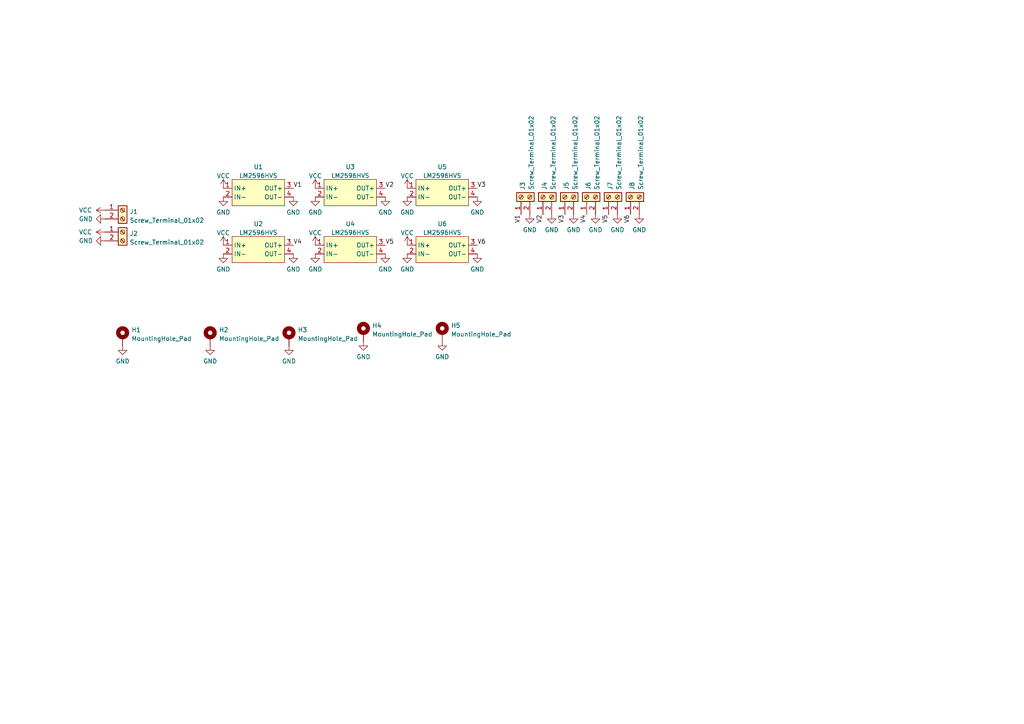
<source format=kicad_sch>
(kicad_sch (version 20211123) (generator eeschema)
  (paper "A4")
  (lib_symbols
    (symbol "Connector:Screw_Terminal_01x02" (pin_names (offset 1.016) hide)
      (property "Reference" "J" (at 0 2.54 0))
      (property "Value" "Screw_Terminal_01x02" (at 0 -5.08 0))
      (symbol "Screw_Terminal_01x02_1_1"
        (rectangle (start -1.27 1.27) (end 1.27 -3.81) (stroke (width 0.254)) (fill (type background)))
        (circle (center 0 -2.54) (radius 0.635) (stroke (width 0.1524)))
        (polyline (pts (xy -0.5334 -2.2098) (xy 0.3302 -3.048)) (stroke (width 0.1524)))
        (polyline (pts (xy -0.5334 0.3302) (xy 0.3302 -0.508)) (stroke (width 0.1524)))
        (polyline (pts (xy -0.3556 -2.032) (xy 0.508 -2.8702)) (stroke (width 0.1524)))
        (polyline (pts (xy -0.3556 0.508) (xy 0.508 -0.3302)) (stroke (width 0.1524)))
        (circle (center 0 0) (radius 0.635) (stroke (width 0.1524)))
        (pin passive line (at -5.08 0 0) (length 3.81) (name "Pin_1") (number "1"))
        (pin passive line (at -5.08 -2.54 0) (length 3.81) (name "Pin_2") (number "2"))
      )
    )
    (symbol "Mechanical:MountingHole_Pad" (pin_numbers hide) (pin_names (offset 1.016) hide)
      (property "Reference" "H" (at 0 6.35 0))
      (property "Value" "MountingHole_Pad" (at 0 4.445 0))
      (symbol "MountingHole_Pad_0_1"
        (circle (center 0 1.27) (radius 1.27) (stroke (width 1.27)))
      )
      (symbol "MountingHole_Pad_1_1"
        (pin input line (at 0 -2.54 90) (length 2.54) (name "1") (number "1"))
      )
    )
    (symbol "aaaaa:LM2596HVS"
      (property "Reference" "U" (at -6.35 1.27 0))
      (property "Value" "LM2596HVS" (at 2.54 1.27 0))
      (symbol "LM2596HVS_0_1"
        (rectangle (start -7.62 0) (end 7.62 -7.62) (stroke (width 0.1524)) (fill (type background)))
      )
      (symbol "LM2596HVS_1_1"
        (pin power_in line (at -10.16 -2.54 0) (length 2.54) (name "IN+") (number "1"))
        (pin power_in line (at -10.16 -5.08 0) (length 2.54) (name "IN-") (number "2"))
        (pin power_out line (at 10.16 -2.54 180) (length 2.54) (name "OUT+") (number "3"))
        (pin power_out line (at 10.16 -5.08 180) (length 2.54) (name "OUT-") (number "4"))
      )
    )
    (symbol "power:GND" (power) (pin_names (offset 0))
      (property "Value" "GND" (at 0 -3.81 0))
      (symbol "GND_0_1"
        (polyline (pts (xy 0 0) (xy 0 -1.27) (xy 1.27 -1.27) (xy 0 -2.54) (xy -1.27 -1.27) (xy 0 -1.27)))
      )
      (symbol "GND_1_1"
        (pin power_in line (at 0 0 270) (length 0) hide (name "GND") (number "1"))
      )
    )
    (symbol "power:VCC" (power) (pin_names (offset 0))
      (property "Value" "VCC" (at 0 3.81 0))
      (symbol "VCC_0_1"
        (polyline (pts (xy -0.762 1.27) (xy 0 2.54)))
        (polyline (pts (xy 0 0) (xy 0 2.54)))
        (polyline (pts (xy 0 2.54) (xy 0.762 1.27)))
      )
      (symbol "VCC_1_1"
        (pin power_in line (at 0 0 90) (length 0) hide (name "VCC") (number "1"))
      )
    )
  )
  (label "V6" (at 138.43 71.12 0))
  (label "V1" (at 151.13 62.23 270))
  (label "V5" (at 111.76 71.12 0))
  (label "V4" (at 170.18 62.23 270))
  (label "V2" (at 111.76 54.61 0))
  (label "V3" (at 138.43 54.61 0))
  (label "V3" (at 163.83 62.23 270))
  (label "V5" (at 176.53 62.23 270))
  (label "V1" (at 85.09 54.61 0))
  (label "V4" (at 85.09 71.12 0))
  (label "V2" (at 157.48 62.23 270))
  (label "V6" (at 182.88 62.23 270))
  (symbol (lib_id "power:GND") (at 105.41 99.06 0) (unit 1)
    (property "Reference" "#PWR0132" (effects hide))
    (property "Value" "GND" (at 105.41 103.5034 0))
  )
  (symbol (lib_id "power:GND") (at 64.77 73.66 0) (unit 1)
    (property "Reference" "#PWR0101" (effects hide))
    (property "Value" "GND" (at 64.77 78.1034 0))
  )
  (symbol (lib_id "power:GND") (at 138.43 73.66 0) (unit 1)
    (property "Reference" "#PWR0119" (effects hide))
    (property "Value" "GND" (at 138.43 78.1034 0))
  )
  (symbol (lib_id "power:GND") (at 30.48 63.5 270) (unit 1)
    (property "Reference" "#PWR0113" (effects hide))
    (property "Value" "GND" (at 22.86 63.5 90) (effects (justify left)))
  )
  (symbol (lib_id "power:GND") (at 166.37 62.23 0) (unit 1)
    (property "Reference" "#PWR0121" (effects hide))
    (property "Value" "GND" (at 166.37 66.6734 0))
  )
  (symbol (lib_id "Mechanical:MountingHole_Pad") (at 35.56 97.79 0) (unit 1)
    (property "Reference" "H1" (at 38.1 95.6853 0) (effects (justify left)))
    (property "Value" "MountingHole_Pad" (at 38.1 98.2222 0) (effects (justify left)))
    (property "Footprint" "MountingHole:MountingHole_3.2mm_M3_Pad_Via" (effects hide))
  )
  (symbol (lib_id "power:GND") (at 35.56 100.33 0) (unit 1)
    (property "Reference" "#PWR0130" (effects hide))
    (property "Value" "GND" (at 35.56 104.7734 0))
  )
  (symbol (lib_id "power:GND") (at 118.11 57.15 0) (unit 1)
    (property "Reference" "#PWR0126" (effects hide))
    (property "Value" "GND" (at 118.11 61.5934 0))
  )
  (symbol (lib_id "Mechanical:MountingHole_Pad") (at 60.96 97.79 0) (unit 1)
    (property "Reference" "H2" (at 63.5 95.6853 0) (effects (justify left)))
    (property "Value" "MountingHole_Pad" (at 63.5 98.2222 0) (effects (justify left)))
    (property "Footprint" "MountingHole:MountingHole_3.2mm_M3_Pad_Via" (effects hide))
  )
  (symbol (lib_id "aaaaa:LM2596HVS") (at 74.93 52.07 0) (unit 1)
    (property "Reference" "U1" (at 74.93 48.421 0))
    (property "Value" "LM2596HVS" (at 74.93 50.9579 0))
    (property "Footprint" "aaaaa:LM2596HVS" (effects hide))
  )
  (symbol (lib_id "aaaaa:LM2596HVS") (at 128.27 68.58 0) (unit 1)
    (property "Reference" "U6" (at 128.27 64.931 0))
    (property "Value" "LM2596HVS" (at 128.27 67.4679 0))
    (property "Footprint" "aaaaa:LM2596HVS" (effects hide))
  )
  (symbol (lib_id "Connector:Screw_Terminal_01x02") (at 176.53 57.15 90) (unit 1)
    (property "Reference" "J7" (at 176.9653 55.118 0) (effects (justify left)))
    (property "Value" "Screw_Terminal_01x02" (at 179.5022 55.118 0) (effects (justify left)))
    (property "Footprint" "aaaaa:screw-terminal-2p" (effects hide))
  )
  (symbol (lib_id "power:GND") (at 91.44 57.15 0) (unit 1)
    (property "Reference" "#PWR0104" (effects hide))
    (property "Value" "GND" (at 91.44 61.5934 0))
  )
  (symbol (lib_id "power:GND") (at 128.27 99.06 0) (unit 1)
    (property "Reference" "#PWR0129" (effects hide))
    (property "Value" "GND" (at 128.27 103.5034 0))
  )
  (symbol (lib_id "power:GND") (at 179.07 62.23 0) (unit 1)
    (property "Reference" "#PWR0123" (effects hide))
    (property "Value" "GND" (at 179.07 66.6734 0))
  )
  (symbol (lib_id "power:GND") (at 185.42 62.23 0) (unit 1)
    (property "Reference" "#PWR0124" (effects hide))
    (property "Value" "GND" (at 185.42 66.6734 0))
  )
  (symbol (lib_id "power:VCC") (at 64.77 54.61 0) (unit 1)
    (property "Reference" "#PWR0108" (effects hide))
    (property "Value" "VCC" (at 64.77 51.0342 0))
  )
  (symbol (lib_id "aaaaa:LM2596HVS") (at 101.6 68.58 0) (unit 1)
    (property "Reference" "U4" (at 101.6 64.931 0))
    (property "Value" "LM2596HVS" (at 101.6 67.4679 0))
    (property "Footprint" "aaaaa:LM2596HVS" (effects hide))
  )
  (symbol (lib_id "power:VCC") (at 118.11 71.12 0) (unit 1)
    (property "Reference" "#PWR0118" (effects hide))
    (property "Value" "VCC" (at 118.11 67.5442 0))
  )
  (symbol (lib_id "power:GND") (at 83.82 100.33 0) (unit 1)
    (property "Reference" "#PWR0133" (effects hide))
    (property "Value" "GND" (at 83.82 104.7734 0))
  )
  (symbol (lib_id "power:VCC") (at 91.44 54.61 0) (unit 1)
    (property "Reference" "#PWR0106" (effects hide))
    (property "Value" "VCC" (at 91.44 51.0342 0))
  )
  (symbol (lib_id "power:GND") (at 91.44 73.66 0) (unit 1)
    (property "Reference" "#PWR0112" (effects hide))
    (property "Value" "GND" (at 91.44 78.1034 0))
  )
  (symbol (lib_id "Connector:Screw_Terminal_01x02") (at 35.56 60.96 0) (unit 1)
    (property "Reference" "J1" (at 37.592 61.3953 0) (effects (justify left)))
    (property "Value" "Screw_Terminal_01x02" (at 37.592 63.9322 0) (effects (justify left)))
    (property "Footprint" "aaaaa:screw-terminal-2p" (effects hide))
  )
  (symbol (lib_id "Connector:Screw_Terminal_01x02") (at 163.83 57.15 90) (unit 1)
    (property "Reference" "J5" (at 164.2653 55.118 0) (effects (justify left)))
    (property "Value" "Screw_Terminal_01x02" (at 166.8022 55.118 0) (effects (justify left)))
    (property "Footprint" "aaaaa:screw-terminal-2p" (effects hide))
  )
  (symbol (lib_id "Connector:Screw_Terminal_01x02") (at 157.48 57.15 90) (unit 1)
    (property "Reference" "J4" (at 157.9153 55.118 0) (effects (justify left)))
    (property "Value" "Screw_Terminal_01x02" (at 160.4522 55.118 0) (effects (justify left)))
    (property "Footprint" "aaaaa:screw-terminal-2p" (effects hide))
  )
  (symbol (lib_id "power:VCC") (at 30.48 60.96 90) (unit 1)
    (property "Reference" "#PWR0115" (effects hide))
    (property "Value" "VCC" (at 22.86 60.96 90) (effects (justify right)))
  )
  (symbol (lib_id "aaaaa:LM2596HVS") (at 128.27 52.07 0) (unit 1)
    (property "Reference" "U5" (at 128.27 48.421 0))
    (property "Value" "LM2596HVS" (at 128.27 50.9579 0))
    (property "Footprint" "aaaaa:LM2596HVS" (effects hide))
  )
  (symbol (lib_id "power:VCC") (at 30.48 67.31 90) (unit 1)
    (property "Reference" "#PWR0114" (effects hide))
    (property "Value" "VCC" (at 22.86 67.31 90) (effects (justify right)))
  )
  (symbol (lib_id "Connector:Screw_Terminal_01x02") (at 182.88 57.15 90) (unit 1)
    (property "Reference" "J8" (at 183.3153 55.118 0) (effects (justify left)))
    (property "Value" "Screw_Terminal_01x02" (at 185.8522 55.118 0) (effects (justify left)))
    (property "Footprint" "aaaaa:screw-terminal-2p" (effects hide))
  )
  (symbol (lib_id "aaaaa:LM2596HVS") (at 74.93 68.58 0) (unit 1)
    (property "Reference" "U2" (at 74.93 64.931 0))
    (property "Value" "LM2596HVS" (at 74.93 67.4679 0))
    (property "Footprint" "aaaaa:LM2596HVS" (effects hide))
  )
  (symbol (lib_id "power:VCC") (at 91.44 71.12 0) (unit 1)
    (property "Reference" "#PWR0111" (effects hide))
    (property "Value" "VCC" (at 91.44 67.5442 0))
  )
  (symbol (lib_id "power:GND") (at 85.09 57.15 0) (unit 1)
    (property "Reference" "#PWR0109" (effects hide))
    (property "Value" "GND" (at 85.09 61.5934 0))
  )
  (symbol (lib_id "power:GND") (at 60.96 100.33 0) (unit 1)
    (property "Reference" "#PWR0131" (effects hide))
    (property "Value" "GND" (at 60.96 104.7734 0))
  )
  (symbol (lib_id "Connector:Screw_Terminal_01x02") (at 35.56 67.31 0) (unit 1)
    (property "Reference" "J2" (at 37.592 67.7453 0) (effects (justify left)))
    (property "Value" "Screw_Terminal_01x02" (at 37.592 70.2822 0) (effects (justify left)))
    (property "Footprint" "aaaaa:screw-terminal-2p" (effects hide))
  )
  (symbol (lib_id "power:GND") (at 172.72 62.23 0) (unit 1)
    (property "Reference" "#PWR0125" (effects hide))
    (property "Value" "GND" (at 172.72 66.6734 0))
  )
  (symbol (lib_id "Mechanical:MountingHole_Pad") (at 128.27 96.52 0) (unit 1)
    (property "Reference" "H5" (at 130.81 94.4153 0) (effects (justify left)))
    (property "Value" "MountingHole_Pad" (at 130.81 96.9522 0) (effects (justify left)))
    (property "Footprint" "MountingHole:MountingHole_3.2mm_M3_Pad_Via" (effects hide))
  )
  (symbol (lib_id "power:GND") (at 30.48 69.85 270) (unit 1)
    (property "Reference" "#PWR0116" (effects hide))
    (property "Value" "GND" (at 22.86 69.85 90) (effects (justify left)))
  )
  (symbol (lib_id "power:GND") (at 64.77 57.15 0) (unit 1)
    (property "Reference" "#PWR0107" (effects hide))
    (property "Value" "GND" (at 64.77 61.5934 0))
  )
  (symbol (lib_id "Connector:Screw_Terminal_01x02") (at 151.13 57.15 90) (unit 1)
    (property "Reference" "J3" (at 151.5653 55.118 0) (effects (justify left)))
    (property "Value" "Screw_Terminal_01x02" (at 154.1022 55.118 0) (effects (justify left)))
    (property "Footprint" "aaaaa:screw-terminal-2p" (effects hide))
  )
  (symbol (lib_id "power:GND") (at 138.43 57.15 0) (unit 1)
    (property "Reference" "#PWR0128" (effects hide))
    (property "Value" "GND" (at 138.43 61.5934 0))
  )
  (symbol (lib_id "power:VCC") (at 118.11 54.61 0) (unit 1)
    (property "Reference" "#PWR0127" (effects hide))
    (property "Value" "VCC" (at 118.11 51.0342 0))
  )
  (symbol (lib_id "power:GND") (at 153.67 62.23 0) (unit 1)
    (property "Reference" "#PWR0122" (effects hide))
    (property "Value" "GND" (at 153.67 66.6734 0))
  )
  (symbol (lib_id "power:VCC") (at 64.77 71.12 0) (unit 1)
    (property "Reference" "#PWR0102" (effects hide))
    (property "Value" "VCC" (at 64.77 67.5442 0))
  )
  (symbol (lib_id "power:GND") (at 85.09 73.66 0) (unit 1)
    (property "Reference" "#PWR0103" (effects hide))
    (property "Value" "GND" (at 85.09 78.1034 0))
  )
  (symbol (lib_id "Mechanical:MountingHole_Pad") (at 105.41 96.52 0) (unit 1)
    (property "Reference" "H4" (at 107.95 94.4153 0) (effects (justify left)))
    (property "Value" "MountingHole_Pad" (at 107.95 96.9522 0) (effects (justify left)))
    (property "Footprint" "MountingHole:MountingHole_3.2mm_M3_Pad_Via" (effects hide))
  )
  (symbol (lib_id "Mechanical:MountingHole_Pad") (at 83.82 97.79 0) (unit 1)
    (property "Reference" "H3" (at 86.36 95.6853 0) (effects (justify left)))
    (property "Value" "MountingHole_Pad" (at 86.36 98.2222 0) (effects (justify left)))
    (property "Footprint" "MountingHole:MountingHole_3.2mm_M3_Pad_Via" (effects hide))
  )
  (symbol (lib_id "power:GND") (at 111.76 73.66 0) (unit 1)
    (property "Reference" "#PWR0110" (effects hide))
    (property "Value" "GND" (at 111.76 78.1034 0))
  )
  (symbol (lib_id "power:GND") (at 160.02 62.23 0) (unit 1)
    (property "Reference" "#PWR0120" (effects hide))
    (property "Value" "GND" (at 160.02 66.6734 0))
  )
  (symbol (lib_id "power:GND") (at 118.11 73.66 0) (unit 1)
    (property "Reference" "#PWR0117" (effects hide))
    (property "Value" "GND" (at 118.11 78.1034 0))
  )
  (symbol (lib_id "Connector:Screw_Terminal_01x02") (at 170.18 57.15 90) (unit 1)
    (property "Reference" "J6" (at 170.6153 55.118 0) (effects (justify left)))
    (property "Value" "Screw_Terminal_01x02" (at 173.1522 55.118 0) (effects (justify left)))
    (property "Footprint" "aaaaa:screw-terminal-2p" (effects hide))
  )
  (symbol (lib_id "aaaaa:LM2596HVS") (at 101.6 52.07 0) (unit 1)
    (property "Reference" "U3" (at 101.6 48.421 0))
    (property "Value" "LM2596HVS" (at 101.6 50.9579 0))
    (property "Footprint" "aaaaa:LM2596HVS" (effects hide))
  )
  (symbol (lib_id "power:GND") (at 111.76 57.15 0) (unit 1)
    (property "Reference" "#PWR0105" (effects hide))
    (property "Value" "GND" (at 111.76 61.5934 0))
  )
)
</source>
